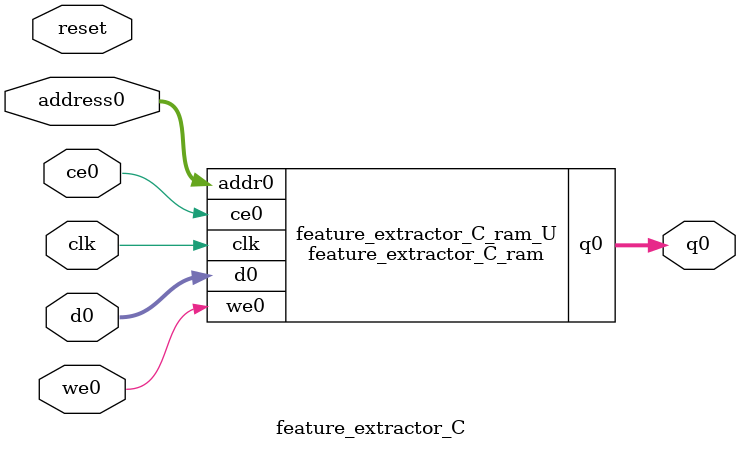
<source format=v>

`timescale 1 ns / 1 ps
module feature_extractor_C_ram (addr0, ce0, d0, we0, q0,  clk);

parameter DWIDTH = 32;
parameter AWIDTH = 12;
parameter MEM_SIZE = 3456;

input[AWIDTH-1:0] addr0;
input ce0;
input[DWIDTH-1:0] d0;
input we0;
output reg[DWIDTH-1:0] q0;
input clk;

(* ram_style = "block" *)reg [DWIDTH-1:0] ram[MEM_SIZE-1:0];




always @(posedge clk)  
begin 
    if (ce0) 
    begin
        if (we0) 
        begin 
            ram[addr0] <= d0; 
            q0 <= d0;
        end 
        else 
            q0 <= ram[addr0];
    end
end


endmodule


`timescale 1 ns / 1 ps
module feature_extractor_C(
    reset,
    clk,
    address0,
    ce0,
    we0,
    d0,
    q0);

parameter DataWidth = 32'd32;
parameter AddressRange = 32'd3456;
parameter AddressWidth = 32'd12;
input reset;
input clk;
input[AddressWidth - 1:0] address0;
input ce0;
input we0;
input[DataWidth - 1:0] d0;
output[DataWidth - 1:0] q0;



feature_extractor_C_ram feature_extractor_C_ram_U(
    .clk( clk ),
    .addr0( address0 ),
    .ce0( ce0 ),
    .d0( d0 ),
    .we0( we0 ),
    .q0( q0 ));

endmodule


</source>
